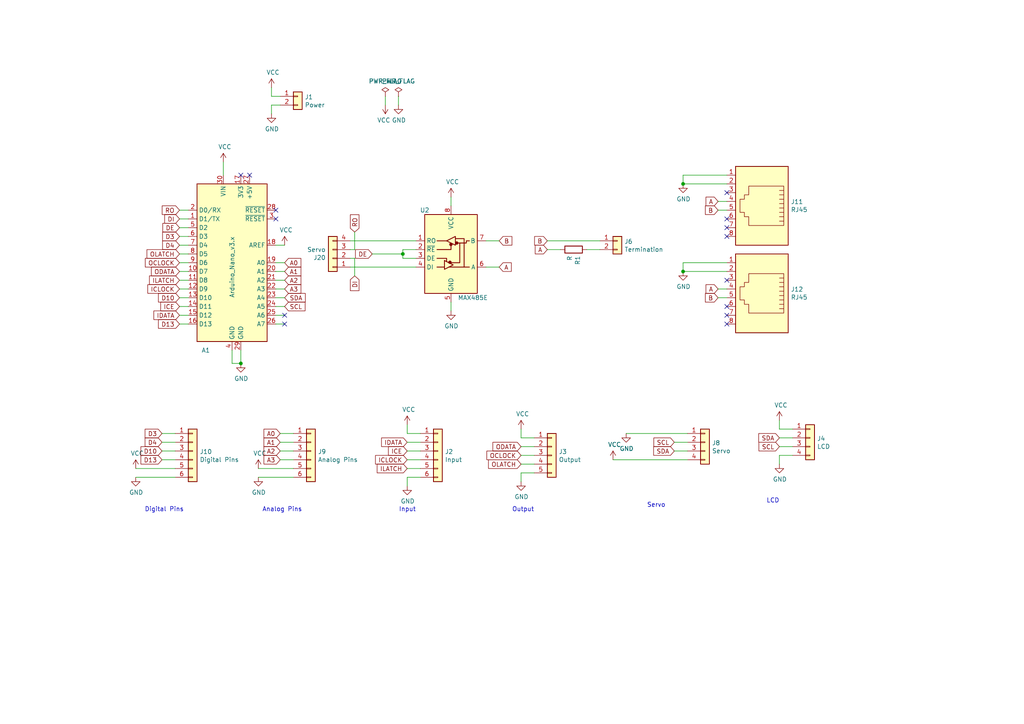
<source format=kicad_sch>
(kicad_sch (version 20211123) (generator eeschema)
  (paper "A4")
  (lib_symbols
    (symbol "Connector:RJ45" (pin_names (offset 1.016))
      (property "Reference" "J" (at -5.08 13.97 0))
      (property "Value" "RJ45" (at 2.54 13.97 0))
      (symbol "RJ45_0_1"
        (polyline (pts (xy -5.08 4.445) (xy -6.35 4.445)))
        (polyline (pts (xy -5.08 5.715) (xy -6.35 5.715)))
        (polyline (pts (xy -6.35 -3.175) (xy -5.08 -3.175) (xy -5.08 -3.175)))
        (polyline (pts (xy -6.35 -1.905) (xy -5.08 -1.905) (xy -5.08 -1.905)))
        (polyline (pts (xy -6.35 -0.635) (xy -5.08 -0.635) (xy -5.08 -0.635)))
        (polyline (pts (xy -6.35 0.635) (xy -5.08 0.635) (xy -5.08 0.635)))
        (polyline (pts (xy -6.35 1.905) (xy -5.08 1.905) (xy -5.08 1.905)))
        (polyline (pts (xy -5.08 3.175) (xy -6.35 3.175) (xy -6.35 3.175)))
        (polyline (pts (xy -6.35 -4.445) (xy -6.35 6.985) (xy 3.81 6.985) (xy 3.81 4.445) (xy 5.08 4.445) (xy 5.08 3.175) (xy 6.35 3.175) (xy 6.35 -0.635) (xy 5.08 -0.635) (xy 5.08 -1.905) (xy 3.81 -1.905) (xy 3.81 -4.445) (xy -6.35 -4.445) (xy -6.35 -4.445)))
        (rectangle (start 7.62 12.7) (end -7.62 -10.16) (stroke (width 0.254)) (fill (type background)))
      )
      (symbol "RJ45_1_1"
        (pin passive line (at 10.16 -7.62 180) (length 2.54) (name "~") (number "1"))
        (pin passive line (at 10.16 -5.08 180) (length 2.54) (name "~") (number "2"))
        (pin passive line (at 10.16 -2.54 180) (length 2.54) (name "~") (number "3"))
        (pin passive line (at 10.16 0 180) (length 2.54) (name "~") (number "4"))
        (pin passive line (at 10.16 2.54 180) (length 2.54) (name "~") (number "5"))
        (pin passive line (at 10.16 5.08 180) (length 2.54) (name "~") (number "6"))
        (pin passive line (at 10.16 7.62 180) (length 2.54) (name "~") (number "7"))
        (pin passive line (at 10.16 10.16 180) (length 2.54) (name "~") (number "8"))
      )
    )
    (symbol "Connector_Generic:Conn_01x02" (pin_names (offset 1.016) hide)
      (property "Reference" "J" (at 0 2.54 0))
      (property "Value" "Conn_01x02" (at 0 -5.08 0))
      (symbol "Conn_01x02_1_1"
        (rectangle (start -1.27 -2.413) (end 0 -2.667) (stroke (width 0.1524)))
        (rectangle (start -1.27 0.127) (end 0 -0.127) (stroke (width 0.1524)))
        (rectangle (start -1.27 1.27) (end 1.27 -3.81) (stroke (width 0.254)) (fill (type background)))
        (pin passive line (at -5.08 0 0) (length 3.81) (name "Pin_1") (number "1"))
        (pin passive line (at -5.08 -2.54 0) (length 3.81) (name "Pin_2") (number "2"))
      )
    )
    (symbol "Connector_Generic:Conn_01x04" (pin_names (offset 1.016) hide)
      (property "Reference" "J" (at 0 5.08 0))
      (property "Value" "Conn_01x04" (at 0 -7.62 0))
      (symbol "Conn_01x04_1_1"
        (rectangle (start -1.27 -4.953) (end 0 -5.207) (stroke (width 0.1524)))
        (rectangle (start -1.27 -2.413) (end 0 -2.667) (stroke (width 0.1524)))
        (rectangle (start -1.27 0.127) (end 0 -0.127) (stroke (width 0.1524)))
        (rectangle (start -1.27 2.667) (end 0 2.413) (stroke (width 0.1524)))
        (rectangle (start -1.27 3.81) (end 1.27 -6.35) (stroke (width 0.254)) (fill (type background)))
        (pin passive line (at -5.08 2.54 0) (length 3.81) (name "Pin_1") (number "1"))
        (pin passive line (at -5.08 0 0) (length 3.81) (name "Pin_2") (number "2"))
        (pin passive line (at -5.08 -2.54 0) (length 3.81) (name "Pin_3") (number "3"))
        (pin passive line (at -5.08 -5.08 0) (length 3.81) (name "Pin_4") (number "4"))
      )
    )
    (symbol "Connector_Generic:Conn_01x05" (pin_names (offset 1.016) hide)
      (property "Reference" "J" (at 0 7.62 0))
      (property "Value" "Conn_01x05" (at 0 -7.62 0))
      (symbol "Conn_01x05_1_1"
        (rectangle (start -1.27 -4.953) (end 0 -5.207) (stroke (width 0.1524)))
        (rectangle (start -1.27 -2.413) (end 0 -2.667) (stroke (width 0.1524)))
        (rectangle (start -1.27 0.127) (end 0 -0.127) (stroke (width 0.1524)))
        (rectangle (start -1.27 2.667) (end 0 2.413) (stroke (width 0.1524)))
        (rectangle (start -1.27 5.207) (end 0 4.953) (stroke (width 0.1524)))
        (rectangle (start -1.27 6.35) (end 1.27 -6.35) (stroke (width 0.254)) (fill (type background)))
        (pin passive line (at -5.08 5.08 0) (length 3.81) (name "Pin_1") (number "1"))
        (pin passive line (at -5.08 2.54 0) (length 3.81) (name "Pin_2") (number "2"))
        (pin passive line (at -5.08 0 0) (length 3.81) (name "Pin_3") (number "3"))
        (pin passive line (at -5.08 -2.54 0) (length 3.81) (name "Pin_4") (number "4"))
        (pin passive line (at -5.08 -5.08 0) (length 3.81) (name "Pin_5") (number "5"))
      )
    )
    (symbol "Connector_Generic:Conn_01x06" (pin_names (offset 1.016) hide)
      (property "Reference" "J" (at 0 7.62 0))
      (property "Value" "Conn_01x06" (at 0 -10.16 0))
      (symbol "Conn_01x06_1_1"
        (rectangle (start -1.27 -7.493) (end 0 -7.747) (stroke (width 0.1524)))
        (rectangle (start -1.27 -4.953) (end 0 -5.207) (stroke (width 0.1524)))
        (rectangle (start -1.27 -2.413) (end 0 -2.667) (stroke (width 0.1524)))
        (rectangle (start -1.27 0.127) (end 0 -0.127) (stroke (width 0.1524)))
        (rectangle (start -1.27 2.667) (end 0 2.413) (stroke (width 0.1524)))
        (rectangle (start -1.27 5.207) (end 0 4.953) (stroke (width 0.1524)))
        (rectangle (start -1.27 6.35) (end 1.27 -8.89) (stroke (width 0.254)) (fill (type background)))
        (pin passive line (at -5.08 5.08 0) (length 3.81) (name "Pin_1") (number "1"))
        (pin passive line (at -5.08 2.54 0) (length 3.81) (name "Pin_2") (number "2"))
        (pin passive line (at -5.08 0 0) (length 3.81) (name "Pin_3") (number "3"))
        (pin passive line (at -5.08 -2.54 0) (length 3.81) (name "Pin_4") (number "4"))
        (pin passive line (at -5.08 -5.08 0) (length 3.81) (name "Pin_5") (number "5"))
        (pin passive line (at -5.08 -7.62 0) (length 3.81) (name "Pin_6") (number "6"))
      )
    )
    (symbol "Device:R" (pin_numbers hide) (pin_names (offset 0))
      (property "Reference" "R" (at 2.032 0 90))
      (property "Value" "R" (at 0 0 90))
      (symbol "R_0_1"
        (rectangle (start -1.016 -2.54) (end 1.016 2.54) (stroke (width 0.254)))
      )
      (symbol "R_1_1"
        (pin passive line (at 0 3.81 270) (length 1.27) (name "~") (number "1"))
        (pin passive line (at 0 -3.81 90) (length 1.27) (name "~") (number "2"))
      )
    )
    (symbol "Interface_UART:MAX485E"
      (property "Reference" "U" (at -6.096 11.43 0))
      (property "Value" "MAX485E" (at 0.762 11.43 0))
      (symbol "MAX485E_0_1"
        (rectangle (start -7.62 10.16) (end 7.62 -12.7) (stroke (width 0.254)) (fill (type background)))
        (circle (center -0.3048 -3.683) (radius 0.3556) (stroke (width 0.254)) (fill (type outline)))
        (circle (center -0.0254 1.4986) (radius 0.3556) (stroke (width 0.254)) (fill (type outline)))
        (polyline (pts (xy -4.064 -5.08) (xy -1.905 -5.08)) (stroke (width 0.254)))
        (polyline (pts (xy -4.064 2.54) (xy -1.27 2.54)) (stroke (width 0.254)))
        (polyline (pts (xy -1.27 -3.2004) (xy -1.27 -3.4544)) (stroke (width 0.254)))
        (polyline (pts (xy -0.635 -5.08) (xy 5.334 -5.08)) (stroke (width 0.254)))
        (polyline (pts (xy -4.064 -2.54) (xy -1.27 -2.54) (xy -1.27 -3.175)) (stroke (width 0.254)))
        (polyline (pts (xy 0 1.27) (xy 0 0) (xy -4.064 0)) (stroke (width 0.254)))
        (polyline (pts (xy 1.27 3.175) (xy 3.81 3.175) (xy 3.81 -5.08)) (stroke (width 0.254)))
        (polyline (pts (xy 2.54 1.905) (xy 2.54 -3.81) (xy 0 -3.81)) (stroke (width 0.254)))
        (polyline (pts (xy -1.905 -3.175) (xy -1.905 -5.715) (xy 0.635 -4.445) (xy -1.905 -3.175)) (stroke (width 0.254)))
        (polyline (pts (xy -1.27 2.54) (xy 1.27 3.81) (xy 1.27 1.27) (xy -1.27 2.54)) (stroke (width 0.254)))
        (polyline (pts (xy 1.905 1.905) (xy 4.445 1.905) (xy 4.445 2.54) (xy 5.334 2.54)) (stroke (width 0.254)))
        (rectangle (start 1.27 3.175) (end 1.27 3.175))
        (circle (center 1.651 1.905) (radius 0.3556) (stroke (width 0.254)) (fill (type outline)))
      )
      (symbol "MAX485E_1_1"
        (pin output line (at -10.16 2.54 0) (length 2.54) (name "RO") (number "1"))
        (pin input line (at -10.16 0 0) (length 2.54) (name "~{RE}") (number "2"))
        (pin input line (at -10.16 -2.54 0) (length 2.54) (name "DE") (number "3"))
        (pin input line (at -10.16 -5.08 0) (length 2.54) (name "DI") (number "4"))
        (pin power_in line (at 0 -15.24 90) (length 2.54) (name "GND") (number "5"))
        (pin bidirectional line (at 10.16 -5.08 180) (length 2.54) (name "A") (number "6"))
        (pin bidirectional line (at 10.16 2.54 180) (length 2.54) (name "B") (number "7"))
        (pin power_in line (at 0 12.7 270) (length 2.54) (name "VCC") (number "8"))
      )
    )
    (symbol "MCU_Module:Arduino_Nano_v3.x"
      (property "Reference" "A" (at -10.16 23.495 0))
      (property "Value" "Arduino_Nano_v3.x" (at 5.08 -24.13 0))
      (symbol "Arduino_Nano_v3.x_0_1"
        (rectangle (start -10.16 22.86) (end 10.16 -22.86) (stroke (width 0.254)) (fill (type background)))
      )
      (symbol "Arduino_Nano_v3.x_1_1"
        (pin bidirectional line (at -12.7 12.7 0) (length 2.54) (name "D1/TX") (number "1"))
        (pin bidirectional line (at -12.7 -2.54 0) (length 2.54) (name "D7") (number "10"))
        (pin bidirectional line (at -12.7 -5.08 0) (length 2.54) (name "D8") (number "11"))
        (pin bidirectional line (at -12.7 -7.62 0) (length 2.54) (name "D9") (number "12"))
        (pin bidirectional line (at -12.7 -10.16 0) (length 2.54) (name "D10") (number "13"))
        (pin bidirectional line (at -12.7 -12.7 0) (length 2.54) (name "D11") (number "14"))
        (pin bidirectional line (at -12.7 -15.24 0) (length 2.54) (name "D12") (number "15"))
        (pin bidirectional line (at -12.7 -17.78 0) (length 2.54) (name "D13") (number "16"))
        (pin power_out line (at 2.54 25.4 270) (length 2.54) (name "3V3") (number "17"))
        (pin input line (at 12.7 5.08 180) (length 2.54) (name "AREF") (number "18"))
        (pin bidirectional line (at 12.7 0 180) (length 2.54) (name "A0") (number "19"))
        (pin bidirectional line (at -12.7 15.24 0) (length 2.54) (name "D0/RX") (number "2"))
        (pin bidirectional line (at 12.7 -2.54 180) (length 2.54) (name "A1") (number "20"))
        (pin bidirectional line (at 12.7 -5.08 180) (length 2.54) (name "A2") (number "21"))
        (pin bidirectional line (at 12.7 -7.62 180) (length 2.54) (name "A3") (number "22"))
        (pin bidirectional line (at 12.7 -10.16 180) (length 2.54) (name "A4") (number "23"))
        (pin bidirectional line (at 12.7 -12.7 180) (length 2.54) (name "A5") (number "24"))
        (pin bidirectional line (at 12.7 -15.24 180) (length 2.54) (name "A6") (number "25"))
        (pin bidirectional line (at 12.7 -17.78 180) (length 2.54) (name "A7") (number "26"))
        (pin power_out line (at 5.08 25.4 270) (length 2.54) (name "+5V") (number "27"))
        (pin input line (at 12.7 15.24 180) (length 2.54) (name "~{RESET}") (number "28"))
        (pin power_in line (at 2.54 -25.4 90) (length 2.54) (name "GND") (number "29"))
        (pin input line (at 12.7 12.7 180) (length 2.54) (name "~{RESET}") (number "3"))
        (pin power_in line (at -2.54 25.4 270) (length 2.54) (name "VIN") (number "30"))
        (pin power_in line (at 0 -25.4 90) (length 2.54) (name "GND") (number "4"))
        (pin bidirectional line (at -12.7 10.16 0) (length 2.54) (name "D2") (number "5"))
        (pin bidirectional line (at -12.7 7.62 0) (length 2.54) (name "D3") (number "6"))
        (pin bidirectional line (at -12.7 5.08 0) (length 2.54) (name "D4") (number "7"))
        (pin bidirectional line (at -12.7 2.54 0) (length 2.54) (name "D5") (number "8"))
        (pin bidirectional line (at -12.7 0 0) (length 2.54) (name "D6") (number "9"))
      )
    )
    (symbol "power:GND" (power) (pin_names (offset 0))
      (property "Value" "GND" (at 0 -3.81 0))
      (symbol "GND_0_1"
        (polyline (pts (xy 0 0) (xy 0 -1.27) (xy 1.27 -1.27) (xy 0 -2.54) (xy -1.27 -1.27) (xy 0 -1.27)))
      )
      (symbol "GND_1_1"
        (pin power_in line (at 0 0 270) (length 0) hide (name "GND") (number "1"))
      )
    )
    (symbol "power:PWR_FLAG" (power) (pin_numbers hide) (pin_names (offset 0) hide)
      (property "Value" "PWR_FLAG" (at 0 3.81 0))
      (symbol "PWR_FLAG_0_0"
        (pin power_out line (at 0 0 90) (length 0) (name "pwr") (number "1"))
      )
      (symbol "PWR_FLAG_0_1"
        (polyline (pts (xy 0 0) (xy 0 1.27) (xy -1.016 1.905) (xy 0 2.54) (xy 1.016 1.905) (xy 0 1.27)))
      )
    )
    (symbol "power:VCC" (power) (pin_names (offset 0))
      (property "Value" "VCC" (at 0 3.81 0))
      (symbol "VCC_0_1"
        (polyline (pts (xy -0.762 1.27) (xy 0 2.54)))
        (polyline (pts (xy 0 0) (xy 0 2.54)))
        (polyline (pts (xy 0 2.54) (xy 0.762 1.27)))
      )
      (symbol "VCC_1_1"
        (pin power_in line (at 0 0 90) (length 0) hide (name "VCC") (number "1"))
      )
    )
  )
  (junction (at 116.84 73.66))
  (junction (at 198.12 53.34))
  (junction (at 69.85 105.41))
  (junction (at 198.12 78.74))
  (no_connect (at 210.82 68.58))
  (no_connect (at 80.01 63.5))
  (no_connect (at 210.82 91.44))
  (no_connect (at 80.01 60.96))
  (no_connect (at 69.85 50.8))
  (no_connect (at 210.82 55.88))
  (no_connect (at 82.55 91.44))
  (no_connect (at 210.82 63.5))
  (no_connect (at 210.82 88.9))
  (no_connect (at 210.82 93.98))
  (no_connect (at 72.39 50.8))
  (no_connect (at 210.82 81.28))
  (no_connect (at 210.82 66.04))
  (no_connect (at 82.55 93.98))
  (wire (pts (xy 118.11 133.35) (xy 121.92 133.35)))
  (wire (pts (xy 81.28 128.27) (xy 85.09 128.27)))
  (wire (pts (xy 177.8 133.35) (xy 199.39 133.35)))
  (wire (pts (xy 151.13 139.7) (xy 151.13 137.16)))
  (wire (pts (xy 151.13 129.54) (xy 154.94 129.54)))
  (wire (pts (xy 198.12 50.8) (xy 198.12 53.34)))
  (wire (pts (xy 151.13 127) (xy 154.94 127)))
  (wire (pts (xy 54.61 71.12) (xy 52.07 71.12)))
  (wire (pts (xy 151.13 134.62) (xy 154.94 134.62)))
  (wire (pts (xy 226.06 129.54) (xy 229.87 129.54)))
  (wire (pts (xy 54.61 66.04) (xy 52.07 66.04)))
  (wire (pts (xy 199.39 128.27) (xy 195.58 128.27)))
  (wire (pts (xy 78.74 25.4) (xy 78.74 27.94)))
  (wire (pts (xy 80.01 81.28) (xy 82.55 81.28)))
  (wire (pts (xy 80.01 78.74) (xy 82.55 78.74)))
  (wire (pts (xy 158.75 72.39) (xy 162.56 72.39)))
  (wire (pts (xy 81.28 27.94) (xy 78.74 27.94)))
  (wire (pts (xy 120.65 72.39) (xy 116.84 72.39)))
  (wire (pts (xy 181.61 125.73) (xy 199.39 125.73)))
  (wire (pts (xy 80.01 88.9) (xy 82.55 88.9)))
  (wire (pts (xy 111.76 27.94) (xy 111.76 30.48)))
  (wire (pts (xy 107.95 73.66) (xy 116.84 73.66)))
  (wire (pts (xy 81.28 30.48) (xy 78.74 30.48)))
  (wire (pts (xy 210.82 60.96) (xy 208.28 60.96)))
  (wire (pts (xy 80.01 76.2) (xy 82.55 76.2)))
  (wire (pts (xy 170.18 72.39) (xy 173.99 72.39)))
  (wire (pts (xy 50.8 125.73) (xy 46.99 125.73)))
  (wire (pts (xy 101.6 69.85) (xy 120.65 69.85)))
  (wire (pts (xy 130.81 87.63) (xy 130.81 90.17)))
  (wire (pts (xy 54.61 83.82) (xy 52.07 83.82)))
  (wire (pts (xy 116.84 72.39) (xy 116.84 73.66)))
  (wire (pts (xy 198.12 53.34) (xy 210.82 53.34)))
  (wire (pts (xy 54.61 76.2) (xy 52.07 76.2)))
  (wire (pts (xy 210.82 76.2) (xy 198.12 76.2)))
  (wire (pts (xy 210.82 58.42) (xy 208.28 58.42)))
  (wire (pts (xy 101.6 72.39) (xy 102.87 72.39)))
  (wire (pts (xy 54.61 81.28) (xy 52.07 81.28)))
  (wire (pts (xy 118.11 135.89) (xy 121.92 135.89)))
  (wire (pts (xy 80.01 91.44) (xy 82.55 91.44)))
  (wire (pts (xy 115.57 27.94) (xy 115.57 30.48)))
  (wire (pts (xy 118.11 140.97) (xy 118.11 138.43)))
  (wire (pts (xy 151.13 124.46) (xy 151.13 127)))
  (wire (pts (xy 54.61 68.58) (xy 52.07 68.58)))
  (wire (pts (xy 210.82 50.8) (xy 198.12 50.8)))
  (wire (pts (xy 67.31 101.6) (xy 67.31 105.41)))
  (wire (pts (xy 118.11 138.43) (xy 121.92 138.43)))
  (wire (pts (xy 198.12 76.2) (xy 198.12 78.74)))
  (wire (pts (xy 54.61 60.96) (xy 52.07 60.96)))
  (wire (pts (xy 118.11 130.81) (xy 121.92 130.81)))
  (wire (pts (xy 118.11 125.73) (xy 121.92 125.73)))
  (wire (pts (xy 80.01 71.12) (xy 82.55 71.12)))
  (wire (pts (xy 78.74 30.48) (xy 78.74 33.02)))
  (wire (pts (xy 39.37 138.43) (xy 50.8 138.43)))
  (wire (pts (xy 69.85 105.41) (xy 69.85 101.6)))
  (wire (pts (xy 198.12 78.74) (xy 210.82 78.74)))
  (wire (pts (xy 130.81 57.15) (xy 130.81 59.69)))
  (wire (pts (xy 118.11 123.19) (xy 118.11 125.73)))
  (wire (pts (xy 210.82 83.82) (xy 208.28 83.82)))
  (wire (pts (xy 102.87 74.93) (xy 102.87 80.01)))
  (wire (pts (xy 54.61 78.74) (xy 52.07 78.74)))
  (wire (pts (xy 226.06 124.46) (xy 229.87 124.46)))
  (wire (pts (xy 226.06 132.08) (xy 229.87 132.08)))
  (wire (pts (xy 118.11 128.27) (xy 121.92 128.27)))
  (wire (pts (xy 151.13 132.08) (xy 154.94 132.08)))
  (wire (pts (xy 210.82 86.36) (xy 208.28 86.36)))
  (wire (pts (xy 80.01 83.82) (xy 82.55 83.82)))
  (wire (pts (xy 199.39 130.81) (xy 195.58 130.81)))
  (wire (pts (xy 116.84 74.93) (xy 120.65 74.93)))
  (wire (pts (xy 80.01 93.98) (xy 82.55 93.98)))
  (wire (pts (xy 85.09 125.73) (xy 81.28 125.73)))
  (wire (pts (xy 50.8 133.35) (xy 46.99 133.35)))
  (wire (pts (xy 85.09 133.35) (xy 81.28 133.35)))
  (wire (pts (xy 74.93 135.89) (xy 85.09 135.89)))
  (wire (pts (xy 64.77 50.8) (xy 64.77 46.99)))
  (wire (pts (xy 173.99 69.85) (xy 158.75 69.85)))
  (wire (pts (xy 74.93 138.43) (xy 85.09 138.43)))
  (wire (pts (xy 226.06 127) (xy 229.87 127)))
  (wire (pts (xy 102.87 72.39) (xy 102.87 67.31)))
  (wire (pts (xy 54.61 86.36) (xy 52.07 86.36)))
  (wire (pts (xy 54.61 63.5) (xy 52.07 63.5)))
  (wire (pts (xy 116.84 73.66) (xy 116.84 74.93)))
  (wire (pts (xy 39.37 135.89) (xy 50.8 135.89)))
  (wire (pts (xy 226.06 134.62) (xy 226.06 132.08)))
  (wire (pts (xy 140.97 69.85) (xy 144.78 69.85)))
  (wire (pts (xy 54.61 73.66) (xy 52.07 73.66)))
  (wire (pts (xy 54.61 88.9) (xy 52.07 88.9)))
  (wire (pts (xy 80.01 86.36) (xy 82.55 86.36)))
  (wire (pts (xy 67.31 105.41) (xy 69.85 105.41)))
  (wire (pts (xy 50.8 130.81) (xy 46.99 130.81)))
  (wire (pts (xy 50.8 128.27) (xy 46.99 128.27)))
  (wire (pts (xy 140.97 77.47) (xy 144.78 77.47)))
  (wire (pts (xy 101.6 77.47) (xy 120.65 77.47)))
  (wire (pts (xy 85.09 130.81) (xy 81.28 130.81)))
  (wire (pts (xy 151.13 137.16) (xy 154.94 137.16)))
  (wire (pts (xy 54.61 93.98) (xy 52.07 93.98)))
  (wire (pts (xy 54.61 91.44) (xy 52.07 91.44)))
  (wire (pts (xy 226.06 121.92) (xy 226.06 124.46)))
  (wire (pts (xy 101.6 74.93) (xy 102.87 74.93)))
  (text "Digital Pins" (at 53.34 148.59 180) (effects (font (size 1.27 1.27)) (justify right bottom)))
  (text "Output" (at 154.94 148.59 180) (effects (font (size 1.27 1.27)) (justify right bottom)))
  (text "Servo" (at 193.04 147.32 180) (effects (font (size 1.27 1.27)) (justify right bottom)))
  (text "Analog Pins" (at 87.63 148.59 180) (effects (font (size 1.27 1.27)) (justify right bottom)))
  (text "Input" (at 120.65 148.59 180) (effects (font (size 1.27 1.27)) (justify right bottom)))
  (text "LCD" (at 226.06 146.05 180) (effects (font (size 1.27 1.27)) (justify right bottom)))
  (global_label "SCL" (shape input) (at 82.55 88.9 0) (property "Intersheet References" "${INTERSHEET_REFS}" (effects hide)))
  (global_label "SDA" (shape input) (at 82.55 86.36 0) (property "Intersheet References" "${INTERSHEET_REFS}" (effects hide)))
  (global_label "A" (shape input) (at 208.28 58.42 180) (property "Intersheet References" "${INTERSHEET_REFS}" (effects hide)))
  (global_label "D13" (shape input) (at 46.99 133.35 180) (property "Intersheet References" "${INTERSHEET_REFS}" (effects hide)))
  (global_label "OLATCH" (shape input) (at 151.13 134.62 180) (property "Intersheet References" "${INTERSHEET_REFS}" (effects hide)))
  (global_label "ICLOCK" (shape input) (at 118.11 133.35 180) (property "Intersheet References" "${INTERSHEET_REFS}" (effects hide)))
  (global_label "B" (shape input) (at 144.78 69.85 0) (property "Intersheet References" "${INTERSHEET_REFS}" (effects hide)))
  (global_label "A3" (shape input) (at 81.28 133.35 180) (property "Intersheet References" "${INTERSHEET_REFS}" (effects hide)))
  (global_label "A1" (shape input) (at 82.55 78.74 0) (property "Intersheet References" "${INTERSHEET_REFS}" (effects hide)))
  (global_label "A" (shape input) (at 158.75 72.39 180) (property "Intersheet References" "${INTERSHEET_REFS}" (effects hide)))
  (global_label "D13" (shape input) (at 52.07 93.98 180) (property "Intersheet References" "${INTERSHEET_REFS}" (effects hide)))
  (global_label "A" (shape input) (at 144.78 77.47 0) (property "Intersheet References" "${INTERSHEET_REFS}" (effects hide)))
  (global_label "D3" (shape input) (at 46.99 125.73 180) (property "Intersheet References" "${INTERSHEET_REFS}" (effects hide)))
  (global_label "ICLOCK" (shape input) (at 52.07 83.82 180) (property "Intersheet References" "${INTERSHEET_REFS}" (effects hide)))
  (global_label "IDATA" (shape input) (at 118.11 128.27 180) (property "Intersheet References" "${INTERSHEET_REFS}" (effects hide)))
  (global_label "OCLOCK" (shape input) (at 52.07 76.2 180) (property "Intersheet References" "${INTERSHEET_REFS}" (effects hide)))
  (global_label "DI" (shape input) (at 52.07 63.5 180) (property "Intersheet References" "${INTERSHEET_REFS}" (effects hide)))
  (global_label "DE" (shape input) (at 107.95 73.66 180) (property "Intersheet References" "${INTERSHEET_REFS}" (effects hide)))
  (global_label "RO" (shape input) (at 52.07 60.96 180) (property "Intersheet References" "${INTERSHEET_REFS}" (effects hide)))
  (global_label "ODATA" (shape input) (at 151.13 129.54 180) (property "Intersheet References" "${INTERSHEET_REFS}" (effects hide)))
  (global_label "A2" (shape input) (at 81.28 130.81 180) (property "Intersheet References" "${INTERSHEET_REFS}" (effects hide)))
  (global_label "D3" (shape input) (at 52.07 68.58 180) (property "Intersheet References" "${INTERSHEET_REFS}" (effects hide)))
  (global_label "ILATCH" (shape input) (at 118.11 135.89 180) (property "Intersheet References" "${INTERSHEET_REFS}" (effects hide)))
  (global_label "RO" (shape input) (at 102.87 67.31 90) (property "Intersheet References" "${INTERSHEET_REFS}" (effects hide)))
  (global_label "ODATA" (shape input) (at 52.07 78.74 180) (property "Intersheet References" "${INTERSHEET_REFS}" (effects hide)))
  (global_label "B" (shape input) (at 158.75 69.85 180) (property "Intersheet References" "${INTERSHEET_REFS}" (effects hide)))
  (global_label "SCL" (shape input) (at 195.58 128.27 180) (property "Intersheet References" "${INTERSHEET_REFS}" (effects hide)))
  (global_label "SCL" (shape input) (at 226.06 129.54 180) (property "Intersheet References" "${INTERSHEET_REFS}" (effects hide)))
  (global_label "D4" (shape input) (at 52.07 71.12 180) (property "Intersheet References" "${INTERSHEET_REFS}" (effects hide)))
  (global_label "OLATCH" (shape input) (at 52.07 73.66 180) (property "Intersheet References" "${INTERSHEET_REFS}" (effects hide)))
  (global_label "A0" (shape input) (at 82.55 76.2 0) (property "Intersheet References" "${INTERSHEET_REFS}" (effects hide)))
  (global_label "OCLOCK" (shape input) (at 151.13 132.08 180) (property "Intersheet References" "${INTERSHEET_REFS}" (effects hide)))
  (global_label "B" (shape input) (at 208.28 86.36 180) (property "Intersheet References" "${INTERSHEET_REFS}" (effects hide)))
  (global_label "ICE" (shape input) (at 52.07 88.9 180) (property "Intersheet References" "${INTERSHEET_REFS}" (effects hide)))
  (global_label "A3" (shape input) (at 82.55 83.82 0) (property "Intersheet References" "${INTERSHEET_REFS}" (effects hide)))
  (global_label "DI" (shape input) (at 102.87 80.01 270) (property "Intersheet References" "${INTERSHEET_REFS}" (effects hide)))
  (global_label "A" (shape input) (at 208.28 83.82 180) (property "Intersheet References" "${INTERSHEET_REFS}" (effects hide)))
  (global_label "ILATCH" (shape input) (at 52.07 81.28 180) (property "Intersheet References" "${INTERSHEET_REFS}" (effects hide)))
  (global_label "B" (shape input) (at 208.28 60.96 180) (property "Intersheet References" "${INTERSHEET_REFS}" (effects hide)))
  (global_label "ICE" (shape input) (at 118.11 130.81 180) (property "Intersheet References" "${INTERSHEET_REFS}" (effects hide)))
  (global_label "D10" (shape input) (at 52.07 86.36 180) (property "Intersheet References" "${INTERSHEET_REFS}" (effects hide)))
  (global_label "D4" (shape input) (at 46.99 128.27 180) (property "Intersheet References" "${INTERSHEET_REFS}" (effects hide)))
  (global_label "D10" (shape input) (at 46.99 130.81 180) (property "Intersheet References" "${INTERSHEET_REFS}" (effects hide)))
  (global_label "A0" (shape input) (at 81.28 125.73 180) (property "Intersheet References" "${INTERSHEET_REFS}" (effects hide)))
  (global_label "IDATA" (shape input) (at 52.07 91.44 180) (property "Intersheet References" "${INTERSHEET_REFS}" (effects hide)))
  (global_label "A1" (shape input) (at 81.28 128.27 180) (property "Intersheet References" "${INTERSHEET_REFS}" (effects hide)))
  (global_label "SDA" (shape input) (at 195.58 130.81 180) (property "Intersheet References" "${INTERSHEET_REFS}" (effects hide)))
  (global_label "SDA" (shape input) (at 226.06 127 180) (property "Intersheet References" "${INTERSHEET_REFS}" (effects hide)))
  (global_label "DE" (shape input) (at 52.07 66.04 180) (property "Intersheet References" "${INTERSHEET_REFS}" (effects hide)))
  (global_label "A2" (shape input) (at 82.55 81.28 0) (property "Intersheet References" "${INTERSHEET_REFS}" (effects hide)))
  (symbol (lib_id "Interface_UART:MAX485E") (at 130.81 72.39 0) (unit 1)
    (property "Reference" "U2" (at 123.19 60.96 0))
    (property "Value" "MAX485E" (at 137.16 86.36 0))
    (property "Footprint" "Package_DIP:DIP-8_W7.62mm" (effects hide))
    (property "Datasheet" "https://datasheets.maximintegrated.com/en/ds/MAX1487E-MAX491E.pdf" (effects hide))
  )
  (symbol (lib_id "Device:R") (at 166.37 72.39 270) (unit 1)
    (property "Reference" "R1" (at 167.5384 74.168 0) (effects (justify left)))
    (property "Value" "R" (at 165.227 74.168 0) (effects (justify left)))
    (property "Footprint" "Resistors_ThroughHole:R_Axial_DIN0207_L6.3mm_D2.5mm_P2.54mm_Vertical" (effects hide))
  )
  (symbol (lib_id "Connector_Generic:Conn_01x02") (at 179.07 69.85 0) (unit 1)
    (property "Reference" "J6" (at 181.102 70.0532 0) (effects (justify left)))
    (property "Value" "Termination" (at 181.102 72.3646 0) (effects (justify left)))
    (property "Footprint" "Connector_PinHeader_2.54mm:PinHeader_1x02_P2.54mm_Vertical" (effects hide))
  )
  (symbol (lib_id "Connector_Generic:Conn_01x02") (at 86.36 27.94 0) (unit 1)
    (property "Reference" "J1" (at 88.392 28.1432 0) (effects (justify left)))
    (property "Value" "Power" (at 88.392 30.4546 0) (effects (justify left)))
    (property "Footprint" "TerminalBlock_Phoenix:TerminalBlock_Phoenix_MKDS-1,5-2-5.08_1x02_P5.08mm_Horizontal" (effects hide))
  )
  (symbol (lib_id "Connector_Generic:Conn_01x05") (at 160.02 132.08 0) (unit 1)
    (property "Reference" "J3" (at 162.052 131.0132 0) (effects (justify left)))
    (property "Value" "Output" (at 162.052 133.3246 0) (effects (justify left)))
    (property "Footprint" "Connector_PinHeader_2.54mm:PinHeader_1x05_P2.54mm_Horizontal" (effects hide))
  )
  (symbol (lib_id "Connector_Generic:Conn_01x06") (at 127 130.81 0) (unit 1)
    (property "Reference" "J2" (at 129.032 131.0132 0) (effects (justify left)))
    (property "Value" "Input" (at 129.032 133.3246 0) (effects (justify left)))
    (property "Footprint" "Connector_PinHeader_2.54mm:PinHeader_1x06_P2.54mm_Horizontal" (effects hide))
  )
  (symbol (lib_id "Connector_Generic:Conn_01x04") (at 234.95 127 0) (unit 1)
    (property "Reference" "J4" (at 236.982 127.2032 0) (effects (justify left)))
    (property "Value" "LCD" (at 236.982 129.5146 0) (effects (justify left)))
    (property "Footprint" "Connector_PinHeader_2.54mm:PinHeader_1x04_P2.54mm_Horizontal" (effects hide))
  )
  (symbol (lib_id "power:VCC") (at 118.11 123.19 0) (unit 1)
    (property "Reference" "#PWR0103" (effects hide))
    (property "Value" "VCC" (at 118.5418 118.7958 0))
  )
  (symbol (lib_id "power:GND") (at 118.11 140.97 0) (unit 1)
    (property "Reference" "#PWR0104" (effects hide))
    (property "Value" "GND" (at 118.237 145.3642 0))
  )
  (symbol (lib_id "power:VCC") (at 151.13 124.46 0) (unit 1)
    (property "Reference" "#PWR0105" (effects hide))
    (property "Value" "VCC" (at 151.5618 120.0658 0))
  )
  (symbol (lib_id "power:GND") (at 151.13 139.7 0) (unit 1)
    (property "Reference" "#PWR0106" (effects hide))
    (property "Value" "GND" (at 151.257 144.0942 0))
  )
  (symbol (lib_id "power:VCC") (at 226.06 121.92 0) (unit 1)
    (property "Reference" "#PWR0107" (effects hide))
    (property "Value" "VCC" (at 226.4918 117.5258 0))
  )
  (symbol (lib_id "power:GND") (at 226.06 134.62 0) (unit 1)
    (property "Reference" "#PWR0108" (effects hide))
    (property "Value" "GND" (at 226.187 139.0142 0))
  )
  (symbol (lib_id "power:GND") (at 130.81 90.17 0) (unit 1)
    (property "Reference" "#PWR0113" (effects hide))
    (property "Value" "GND" (at 130.937 94.5642 0))
  )
  (symbol (lib_id "power:VCC") (at 130.81 57.15 0) (unit 1)
    (property "Reference" "#PWR0114" (effects hide))
    (property "Value" "VCC" (at 131.2418 52.7558 0))
  )
  (symbol (lib_id "power:GND") (at 115.57 30.48 0) (unit 1)
    (property "Reference" "#PWR0117" (effects hide))
    (property "Value" "GND" (at 115.697 34.8742 0))
  )
  (symbol (lib_id "power:VCC") (at 111.76 30.48 180) (unit 1)
    (property "Reference" "#PWR0118" (effects hide))
    (property "Value" "VCC" (at 111.3028 34.8742 0))
  )
  (symbol (lib_id "power:PWR_FLAG") (at 111.76 27.94 0) (unit 1)
    (property "Reference" "#FLG0101" (effects hide))
    (property "Value" "PWR_FLAG" (at 111.76 23.5458 0))
  )
  (symbol (lib_id "power:PWR_FLAG") (at 115.57 27.94 0) (unit 1)
    (property "Reference" "#FLG0102" (effects hide))
    (property "Value" "PWR_FLAG" (at 115.57 23.5458 0))
  )
  (symbol (lib_id "power:VCC") (at 78.74 25.4 0) (unit 1)
    (property "Reference" "#PWR0101" (effects hide))
    (property "Value" "VCC" (at 79.1718 21.0058 0))
  )
  (symbol (lib_id "power:GND") (at 78.74 33.02 0) (unit 1)
    (property "Reference" "#PWR0102" (effects hide))
    (property "Value" "GND" (at 78.867 37.4142 0))
  )
  (symbol (lib_id "MCU_Module:Arduino_Nano_v3.x") (at 67.31 76.2 0) (unit 1)
    (property "Reference" "A1" (at 59.69 101.6 0))
    (property "Value" "Arduino_Nano_v3.x" (at 67.31 77.47 90))
    (property "Footprint" "Module:Arduino_Nano" (effects hide))
    (property "Datasheet" "http://www.mouser.com/pdfdocs/Gravitech_Arduino_Nano3_0.pdf" (effects hide))
  )
  (symbol (lib_id "Connector_Generic:Conn_01x04") (at 96.52 74.93 180) (unit 1)
    (property "Reference" "J20" (at 94.488 74.7268 0) (effects (justify left)))
    (property "Value" "Servo" (at 94.488 72.4154 0) (effects (justify left)))
    (property "Footprint" "Connector_PinHeader_2.54mm:PinHeader_1x04_P2.54mm_Vertical" (effects hide))
  )
  (symbol (lib_id "power:GND") (at 69.85 105.41 0) (unit 1)
    (property "Reference" "#PWR0111" (effects hide))
    (property "Value" "GND" (at 69.977 109.8042 0))
  )
  (symbol (lib_id "power:VCC") (at 64.77 46.99 0) (unit 1)
    (property "Reference" "#PWR0112" (effects hide))
    (property "Value" "VCC" (at 65.2018 42.5958 0))
  )
  (symbol (lib_id "power:VCC") (at 82.55 71.12 0) (unit 1)
    (property "Reference" "#PWR0119" (effects hide))
    (property "Value" "VCC" (at 82.9818 66.7258 0))
  )
  (symbol (lib_id "Connector:RJ45") (at 220.98 58.42 180) (unit 1)
    (property "Reference" "J11" (at 229.362 58.5216 0) (effects (justify right)))
    (property "Value" "RJ45" (at 229.362 60.833 0) (effects (justify right)))
    (property "Footprint" "Connector_RJ:RJ45_Amphenol_54602-x08_Horizontal" (effects hide))
  )
  (symbol (lib_id "Connector:RJ45") (at 220.98 83.82 180) (unit 1)
    (property "Reference" "J12" (at 229.362 83.9216 0) (effects (justify right)))
    (property "Value" "RJ45" (at 229.362 86.233 0) (effects (justify right)))
    (property "Footprint" "Connector_RJ:RJ45_Amphenol_54602-x08_Horizontal" (effects hide))
  )
  (symbol (lib_id "power:GND") (at 198.12 78.74 0) (unit 1)
    (property "Reference" "#PWR0120" (effects hide))
    (property "Value" "GND" (at 198.247 83.1342 0))
  )
  (symbol (lib_id "power:GND") (at 198.12 53.34 0) (unit 1)
    (property "Reference" "#PWR0121" (effects hide))
    (property "Value" "GND" (at 198.247 57.7342 0))
  )
  (symbol (lib_id "Connector_Generic:Conn_01x04") (at 204.47 128.27 0) (unit 1)
    (property "Reference" "J8" (at 206.502 128.4732 0) (effects (justify left)))
    (property "Value" "Servo" (at 206.502 130.7846 0) (effects (justify left)))
    (property "Footprint" "Connector_PinHeader_2.54mm:PinHeader_1x04_P2.54mm_Horizontal" (effects hide))
  )
  (symbol (lib_id "power:GND") (at 181.61 125.73 0) (unit 1)
    (property "Reference" "#PWR0122" (effects hide))
    (property "Value" "GND" (at 181.737 130.1242 0))
  )
  (symbol (lib_id "power:VCC") (at 177.8 133.35 0) (unit 1)
    (property "Reference" "#PWR0123" (effects hide))
    (property "Value" "VCC" (at 178.2318 128.9558 0))
  )
  (symbol (lib_id "Connector_Generic:Conn_01x06") (at 55.88 130.81 0) (unit 1)
    (property "Reference" "J10" (at 57.912 131.0132 0) (effects (justify left)))
    (property "Value" "Digital Pins" (at 57.912 133.3246 0) (effects (justify left)))
    (property "Footprint" "Connector_PinHeader_2.54mm:PinHeader_1x06_P2.54mm_Vertical" (effects hide))
  )
  (symbol (lib_id "Connector_Generic:Conn_01x06") (at 90.17 130.81 0) (unit 1)
    (property "Reference" "J9" (at 92.202 131.0132 0) (effects (justify left)))
    (property "Value" "Analog Pins" (at 92.202 133.3246 0) (effects (justify left)))
    (property "Footprint" "Connector_PinHeader_2.54mm:PinHeader_1x06_P2.54mm_Vertical" (effects hide))
  )
  (symbol (lib_id "power:GND") (at 39.37 138.43 0) (unit 1)
    (property "Reference" "#PWR0124" (effects hide))
    (property "Value" "GND" (at 39.497 142.8242 0))
  )
  (symbol (lib_id "power:GND") (at 74.93 138.43 0) (unit 1)
    (property "Reference" "#PWR0125" (effects hide))
    (property "Value" "GND" (at 75.057 142.8242 0))
  )
  (symbol (lib_id "power:VCC") (at 39.37 135.89 0) (unit 1)
    (property "Reference" "#PWR0126" (effects hide))
    (property "Value" "VCC" (at 39.8018 131.4958 0))
  )
  (symbol (lib_id "power:VCC") (at 74.93 135.89 0) (unit 1)
    (property "Reference" "#PWR0127" (effects hide))
    (property "Value" "VCC" (at 75.3618 131.4958 0))
  )
)
</source>
